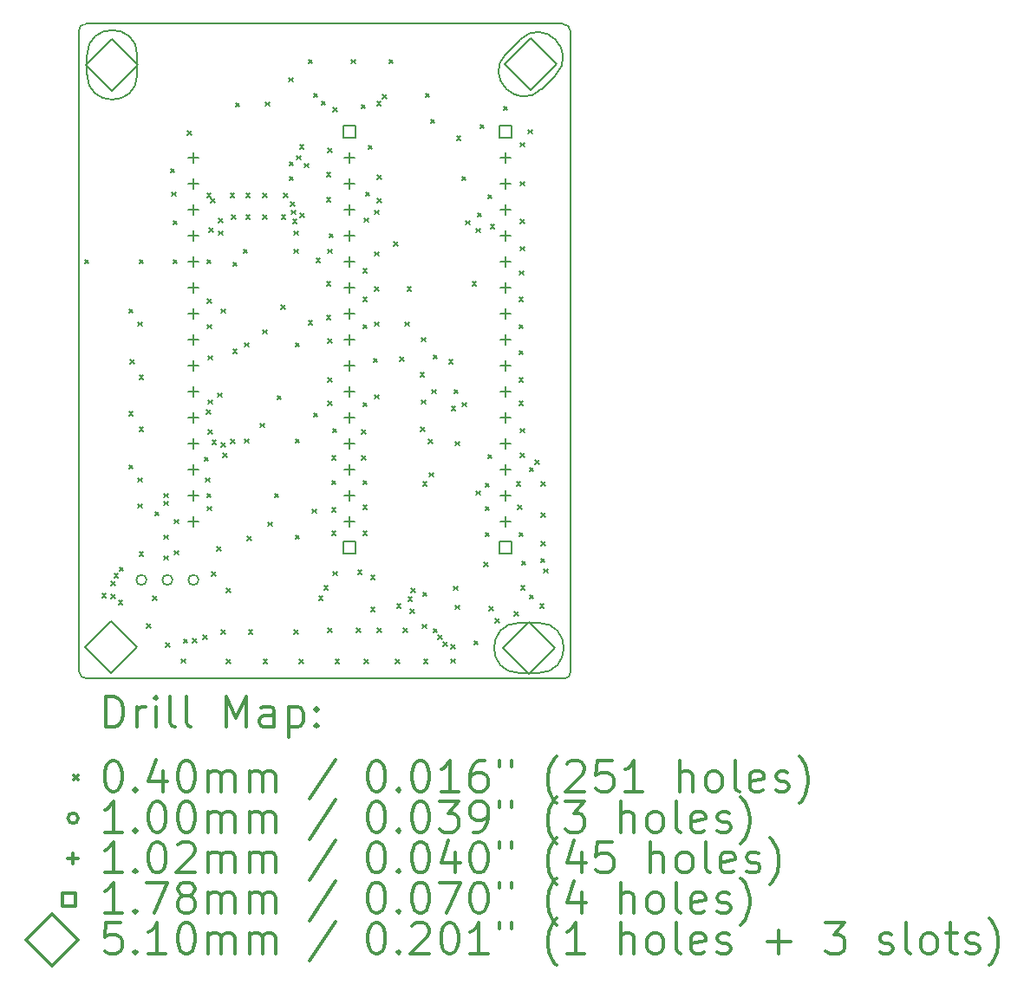
<source format=gbr>
%FSLAX45Y45*%
G04 Gerber Fmt 4.5, Leading zero omitted, Abs format (unit mm)*
G04 Created by KiCad (PCBNEW 4.0.0-rc2-stable) date 9/25/2016 9:49:12 PM*
%MOMM*%
G01*
G04 APERTURE LIST*
%ADD10C,0.127000*%
%ADD11C,0.150000*%
%ADD12C,0.200000*%
%ADD13C,0.300000*%
G04 APERTURE END LIST*
D10*
D11*
X11379200Y-12217400D02*
X16040100Y-12217400D01*
X11303000Y-5880100D02*
X11303000Y-12141200D01*
X16027400Y-5816600D02*
X11366500Y-5816600D01*
X16103600Y-12153900D02*
X16103600Y-5892800D01*
X16040100Y-12217400D02*
G75*
G03X16103600Y-12153900I0J63500D01*
G01*
X11303000Y-12141200D02*
G75*
G03X11379200Y-12217400I76200J0D01*
G01*
X11366500Y-5816600D02*
G75*
G03X11303000Y-5880100I0J-63500D01*
G01*
X16103600Y-5892800D02*
G75*
G03X16027400Y-5816600I-76200J0D01*
G01*
D12*
X11359200Y-8120700D02*
X11399200Y-8160700D01*
X11399200Y-8120700D02*
X11359200Y-8160700D01*
X11528610Y-11381996D02*
X11568610Y-11421996D01*
X11568610Y-11381996D02*
X11528610Y-11421996D01*
X11617772Y-11394252D02*
X11657772Y-11434252D01*
X11657772Y-11394252D02*
X11617772Y-11434252D01*
X11619296Y-11264204D02*
X11659296Y-11304204D01*
X11659296Y-11264204D02*
X11619296Y-11304204D01*
X11646544Y-11188987D02*
X11686544Y-11228987D01*
X11686544Y-11188987D02*
X11646544Y-11228987D01*
X11688892Y-11452164D02*
X11728892Y-11492164D01*
X11728892Y-11452164D02*
X11688892Y-11492164D01*
X11697762Y-11127530D02*
X11737762Y-11167530D01*
X11737762Y-11127530D02*
X11697762Y-11167530D01*
X11791000Y-9606600D02*
X11831000Y-9646600D01*
X11831000Y-9606600D02*
X11791000Y-9646600D01*
X11791000Y-8603300D02*
X11831000Y-8643300D01*
X11831000Y-8603300D02*
X11791000Y-8643300D01*
X11791000Y-10127300D02*
X11831000Y-10167300D01*
X11831000Y-10127300D02*
X11791000Y-10167300D01*
X11803700Y-9098600D02*
X11843700Y-9138600D01*
X11843700Y-9098600D02*
X11803700Y-9138600D01*
X11879900Y-8730300D02*
X11919900Y-8770300D01*
X11919900Y-8730300D02*
X11879900Y-8770300D01*
X11879900Y-10254300D02*
X11919900Y-10294300D01*
X11919900Y-10254300D02*
X11879900Y-10294300D01*
X11879900Y-10508300D02*
X11919900Y-10548300D01*
X11919900Y-10508300D02*
X11879900Y-10548300D01*
X11892600Y-8120700D02*
X11932600Y-8160700D01*
X11932600Y-8120700D02*
X11892600Y-8160700D01*
X11892600Y-9251000D02*
X11932600Y-9291000D01*
X11932600Y-9251000D02*
X11892600Y-9291000D01*
X11892600Y-9759000D02*
X11932600Y-9799000D01*
X11932600Y-9759000D02*
X11892600Y-9799000D01*
X11892600Y-10978200D02*
X11932600Y-11018200D01*
X11932600Y-10978200D02*
X11892600Y-11018200D01*
X11964228Y-11683304D02*
X12004228Y-11723304D01*
X12004228Y-11683304D02*
X11964228Y-11723304D01*
X12020616Y-11412540D02*
X12060616Y-11452540D01*
X12060616Y-11412540D02*
X12020616Y-11452540D01*
X12045000Y-10584500D02*
X12085000Y-10624500D01*
X12085000Y-10584500D02*
X12045000Y-10624500D01*
X12133900Y-10406700D02*
X12173900Y-10446700D01*
X12173900Y-10406700D02*
X12133900Y-10446700D01*
X12133900Y-10482900D02*
X12173900Y-10522900D01*
X12173900Y-10482900D02*
X12133900Y-10522900D01*
X12133900Y-10813100D02*
X12173900Y-10853100D01*
X12173900Y-10813100D02*
X12133900Y-10853100D01*
X12133900Y-11016300D02*
X12173900Y-11056300D01*
X12173900Y-11016300D02*
X12133900Y-11056300D01*
X12148632Y-11867708D02*
X12188632Y-11907708D01*
X12188632Y-11867708D02*
X12148632Y-11907708D01*
X12197400Y-7231700D02*
X12237400Y-7271700D01*
X12237400Y-7231700D02*
X12197400Y-7271700D01*
X12210100Y-7460300D02*
X12250100Y-7500300D01*
X12250100Y-7460300D02*
X12210100Y-7500300D01*
X12222800Y-7739700D02*
X12262800Y-7779700D01*
X12262800Y-7739700D02*
X12222800Y-7779700D01*
X12222800Y-8120700D02*
X12262800Y-8160700D01*
X12262800Y-8120700D02*
X12222800Y-8160700D01*
X12235500Y-10660700D02*
X12275500Y-10700700D01*
X12275500Y-10660700D02*
X12235500Y-10700700D01*
X12235500Y-10965500D02*
X12275500Y-11005500D01*
X12275500Y-10965500D02*
X12235500Y-11005500D01*
X12304627Y-12023703D02*
X12344627Y-12063703D01*
X12344627Y-12023703D02*
X12304627Y-12063703D01*
X12324400Y-11829100D02*
X12364400Y-11869100D01*
X12364400Y-11829100D02*
X12324400Y-11869100D01*
X12362500Y-6863400D02*
X12402500Y-6903400D01*
X12402500Y-6863400D02*
X12362500Y-6903400D01*
X12416124Y-11823279D02*
X12456124Y-11863279D01*
X12456124Y-11823279D02*
X12416124Y-11863279D01*
X12514900Y-11791000D02*
X12554900Y-11831000D01*
X12554900Y-11791000D02*
X12514900Y-11831000D01*
X12527600Y-10051100D02*
X12567600Y-10091100D01*
X12567600Y-10051100D02*
X12527600Y-10091100D01*
X12537831Y-10254300D02*
X12577831Y-10294300D01*
X12577831Y-10254300D02*
X12537831Y-10294300D01*
X12551348Y-9589391D02*
X12591348Y-9629391D01*
X12591348Y-9589391D02*
X12551348Y-9629391D01*
X12553000Y-7473000D02*
X12593000Y-7513000D01*
X12593000Y-7473000D02*
X12553000Y-7513000D01*
X12553000Y-8120700D02*
X12593000Y-8160700D01*
X12593000Y-8120700D02*
X12553000Y-8160700D01*
X12553000Y-10406700D02*
X12593000Y-10446700D01*
X12593000Y-10406700D02*
X12553000Y-10446700D01*
X12556699Y-10533700D02*
X12596699Y-10573700D01*
X12596699Y-10533700D02*
X12556699Y-10573700D01*
X12559158Y-8505647D02*
X12599158Y-8545647D01*
X12599158Y-8505647D02*
X12559158Y-8545647D01*
X12559158Y-8505647D02*
X12599158Y-8545647D01*
X12599158Y-8505647D02*
X12559158Y-8545647D01*
X12559158Y-8755700D02*
X12599158Y-8795700D01*
X12599158Y-8755700D02*
X12559158Y-8795700D01*
X12565700Y-9060500D02*
X12605700Y-9100500D01*
X12605700Y-9060500D02*
X12565700Y-9100500D01*
X12565700Y-9060500D02*
X12605700Y-9100500D01*
X12605700Y-9060500D02*
X12565700Y-9100500D01*
X12565700Y-9492300D02*
X12605700Y-9532300D01*
X12605700Y-9492300D02*
X12565700Y-9532300D01*
X12565700Y-9784400D02*
X12605700Y-9824400D01*
X12605700Y-9784400D02*
X12565700Y-9824400D01*
X12573786Y-7811286D02*
X12613786Y-7851286D01*
X12613786Y-7811286D02*
X12573786Y-7851286D01*
X12591815Y-7522153D02*
X12631815Y-7562153D01*
X12631815Y-7522153D02*
X12591815Y-7562153D01*
X12601331Y-11175673D02*
X12641331Y-11215673D01*
X12641331Y-11175673D02*
X12601331Y-11215673D01*
X12603800Y-9886000D02*
X12643800Y-9926000D01*
X12643800Y-9886000D02*
X12603800Y-9926000D01*
X12650702Y-10927400D02*
X12690702Y-10967400D01*
X12690702Y-10927400D02*
X12650702Y-10967400D01*
X12656126Y-9424985D02*
X12696126Y-9464985D01*
X12696126Y-9424985D02*
X12656126Y-9464985D01*
X12667236Y-7717836D02*
X12707236Y-7757836D01*
X12707236Y-7717836D02*
X12667236Y-7757836D01*
X12667300Y-7841300D02*
X12707300Y-7881300D01*
X12707300Y-7841300D02*
X12667300Y-7881300D01*
X12692700Y-8603300D02*
X12732700Y-8643300D01*
X12732700Y-8603300D02*
X12692700Y-8643300D01*
X12692700Y-9911400D02*
X12732700Y-9951400D01*
X12732700Y-9911400D02*
X12692700Y-9951400D01*
X12692700Y-11740200D02*
X12732700Y-11780200D01*
X12732700Y-11740200D02*
X12692700Y-11780200D01*
X12710702Y-10012957D02*
X12750702Y-10052957D01*
X12750702Y-10012957D02*
X12710702Y-10052957D01*
X12743500Y-11335448D02*
X12783500Y-11375448D01*
X12783500Y-11335448D02*
X12743500Y-11375448D01*
X12745024Y-12028703D02*
X12785024Y-12068703D01*
X12785024Y-12028703D02*
X12745024Y-12068703D01*
X12781600Y-7473814D02*
X12821600Y-7513814D01*
X12821600Y-7473814D02*
X12781600Y-7513814D01*
X12785728Y-9880137D02*
X12825728Y-9920137D01*
X12825728Y-9880137D02*
X12785728Y-9920137D01*
X12794300Y-7685201D02*
X12834300Y-7725201D01*
X12834300Y-7685201D02*
X12794300Y-7725201D01*
X12807000Y-8146100D02*
X12847000Y-8186100D01*
X12847000Y-8146100D02*
X12807000Y-8186100D01*
X12807000Y-8997000D02*
X12847000Y-9037000D01*
X12847000Y-8997000D02*
X12807000Y-9037000D01*
X12831126Y-6589055D02*
X12871126Y-6629055D01*
X12871126Y-6589055D02*
X12831126Y-6629055D01*
X12908600Y-8019100D02*
X12948600Y-8059100D01*
X12948600Y-8019100D02*
X12908600Y-8059100D01*
X12921300Y-8933500D02*
X12961300Y-8973500D01*
X12961300Y-8933500D02*
X12921300Y-8973500D01*
X12921300Y-9873300D02*
X12961300Y-9913300D01*
X12961300Y-9873300D02*
X12921300Y-9913300D01*
X12934000Y-7473814D02*
X12974000Y-7513814D01*
X12974000Y-7473814D02*
X12934000Y-7513814D01*
X12934000Y-7685201D02*
X12974000Y-7725201D01*
X12974000Y-7685201D02*
X12934000Y-7725201D01*
X12946700Y-10825800D02*
X12986700Y-10865800D01*
X12986700Y-10825800D02*
X12946700Y-10865800D01*
X12959400Y-11740200D02*
X12999400Y-11780200D01*
X12999400Y-11740200D02*
X12959400Y-11780200D01*
X13073700Y-9720900D02*
X13113700Y-9760900D01*
X13113700Y-9720900D02*
X13073700Y-9760900D01*
X13099100Y-7473814D02*
X13139100Y-7513814D01*
X13139100Y-7473814D02*
X13099100Y-7513814D01*
X13099100Y-7685201D02*
X13139100Y-7725201D01*
X13139100Y-7685201D02*
X13099100Y-7725201D01*
X13099100Y-8806500D02*
X13139100Y-8846500D01*
X13139100Y-8806500D02*
X13099100Y-8846500D01*
X13102656Y-12028703D02*
X13142656Y-12068703D01*
X13142656Y-12028703D02*
X13102656Y-12068703D01*
X13122123Y-6580467D02*
X13162123Y-6620467D01*
X13162123Y-6580467D02*
X13122123Y-6620467D01*
X13149900Y-10686100D02*
X13189900Y-10726100D01*
X13189900Y-10686100D02*
X13149900Y-10726100D01*
X13213400Y-10406700D02*
X13253400Y-10446700D01*
X13253400Y-10406700D02*
X13213400Y-10446700D01*
X13238800Y-9450501D02*
X13278800Y-9490501D01*
X13278800Y-9450501D02*
X13238800Y-9490501D01*
X13276900Y-8565200D02*
X13316900Y-8605200D01*
X13316900Y-8565200D02*
X13276900Y-8605200D01*
X13281678Y-7686236D02*
X13321678Y-7726236D01*
X13321678Y-7686236D02*
X13281678Y-7726236D01*
X13302300Y-7473814D02*
X13342300Y-7513814D01*
X13342300Y-7473814D02*
X13302300Y-7513814D01*
X13353100Y-6342700D02*
X13393100Y-6382700D01*
X13393100Y-6342700D02*
X13353100Y-6382700D01*
X13356799Y-7163528D02*
X13396799Y-7203528D01*
X13396799Y-7163528D02*
X13356799Y-7203528D01*
X13356799Y-7307900D02*
X13396799Y-7347900D01*
X13396799Y-7307900D02*
X13356799Y-7347900D01*
X13367827Y-7558814D02*
X13407827Y-7598814D01*
X13407827Y-7558814D02*
X13367827Y-7598814D01*
X13378499Y-7638100D02*
X13418499Y-7678100D01*
X13418499Y-7638100D02*
X13378499Y-7678100D01*
X13391799Y-7727112D02*
X13431799Y-7767112D01*
X13431799Y-7727112D02*
X13391799Y-7767112D01*
X13403900Y-7841300D02*
X13443900Y-7881300D01*
X13443900Y-7841300D02*
X13403900Y-7881300D01*
X13403900Y-8019100D02*
X13443900Y-8059100D01*
X13443900Y-8019100D02*
X13403900Y-8059100D01*
X13403900Y-11740200D02*
X13443900Y-11780200D01*
X13443900Y-11740200D02*
X13403900Y-11780200D01*
X13416600Y-8933500D02*
X13456600Y-8973500D01*
X13456600Y-8933500D02*
X13416600Y-8973500D01*
X13416600Y-9873300D02*
X13456600Y-9913300D01*
X13456600Y-9873300D02*
X13416600Y-9913300D01*
X13416600Y-10813100D02*
X13456600Y-10853100D01*
X13456600Y-10813100D02*
X13416600Y-10853100D01*
X13429300Y-7104700D02*
X13469300Y-7144700D01*
X13469300Y-7104700D02*
X13429300Y-7144700D01*
X13452668Y-12028703D02*
X13492668Y-12068703D01*
X13492668Y-12028703D02*
X13452668Y-12068703D01*
X13458399Y-6996077D02*
X13498399Y-7036077D01*
X13498399Y-6996077D02*
X13458399Y-7036077D01*
X13463881Y-7666560D02*
X13503881Y-7706560D01*
X13503881Y-7666560D02*
X13463881Y-7706560D01*
X13505500Y-7180900D02*
X13545500Y-7220900D01*
X13545500Y-7180900D02*
X13505500Y-7220900D01*
X13543600Y-6164900D02*
X13583600Y-6204900D01*
X13583600Y-6164900D02*
X13543600Y-6204900D01*
X13543600Y-8717600D02*
X13583600Y-8757600D01*
X13583600Y-8717600D02*
X13543600Y-8757600D01*
X13582698Y-10559100D02*
X13622698Y-10599100D01*
X13622698Y-10559100D02*
X13582698Y-10599100D01*
X13594400Y-6495100D02*
X13634400Y-6535100D01*
X13634400Y-6495100D02*
X13594400Y-6535100D01*
X13594400Y-9619300D02*
X13634400Y-9659300D01*
X13634400Y-9619300D02*
X13594400Y-9659300D01*
X13619800Y-8108000D02*
X13659800Y-8148000D01*
X13659800Y-8108000D02*
X13619800Y-8148000D01*
X13645200Y-11410000D02*
X13685200Y-11450000D01*
X13685200Y-11410000D02*
X13645200Y-11450000D01*
X13670600Y-6571300D02*
X13710600Y-6611300D01*
X13710600Y-6571300D02*
X13670600Y-6611300D01*
X13696000Y-11308400D02*
X13736000Y-11348400D01*
X13736000Y-11308400D02*
X13696000Y-11348400D01*
X13721502Y-7269800D02*
X13761502Y-7309800D01*
X13761502Y-7269800D02*
X13721502Y-7309800D01*
X13721502Y-7516876D02*
X13761502Y-7556876D01*
X13761502Y-7516876D02*
X13721502Y-7556876D01*
X13721502Y-8336600D02*
X13761502Y-8376600D01*
X13761502Y-8336600D02*
X13721502Y-8376600D01*
X13721502Y-8665498D02*
X13761502Y-8705498D01*
X13761502Y-8665498D02*
X13721502Y-8705498D01*
X13734100Y-7032199D02*
X13774100Y-7072199D01*
X13774100Y-7032199D02*
X13734100Y-7072199D01*
X13734100Y-8019100D02*
X13774100Y-8059100D01*
X13774100Y-8019100D02*
X13734100Y-8059100D01*
X13734100Y-8895400D02*
X13774100Y-8935400D01*
X13774100Y-8895400D02*
X13734100Y-8935400D01*
X13734100Y-9276400D02*
X13774100Y-9316400D01*
X13774100Y-9276400D02*
X13734100Y-9316400D01*
X13734100Y-9505000D02*
X13774100Y-9545000D01*
X13774100Y-9505000D02*
X13734100Y-9545000D01*
X13734100Y-11723297D02*
X13774100Y-11763297D01*
X13774100Y-11723297D02*
X13734100Y-11763297D01*
X13746800Y-7866700D02*
X13786800Y-7906700D01*
X13786800Y-7866700D02*
X13746800Y-7906700D01*
X13772200Y-10038400D02*
X13812200Y-10078400D01*
X13812200Y-10038400D02*
X13772200Y-10078400D01*
X13772200Y-10279700D02*
X13812200Y-10319700D01*
X13812200Y-10279700D02*
X13772200Y-10319700D01*
X13772200Y-10546400D02*
X13812200Y-10586400D01*
X13812200Y-10546400D02*
X13772200Y-10586400D01*
X13772200Y-10775000D02*
X13812200Y-10815000D01*
X13812200Y-10775000D02*
X13772200Y-10815000D01*
X13781201Y-9771700D02*
X13821201Y-9811700D01*
X13821201Y-9771700D02*
X13781201Y-9811700D01*
X13784900Y-6634800D02*
X13824900Y-6674800D01*
X13824900Y-6634800D02*
X13784900Y-6674800D01*
X13784900Y-11168700D02*
X13824900Y-11208700D01*
X13824900Y-11168700D02*
X13784900Y-11208700D01*
X13804712Y-12028703D02*
X13844712Y-12068703D01*
X13844712Y-12028703D02*
X13804712Y-12068703D01*
X13962700Y-6164900D02*
X14002700Y-6204900D01*
X14002700Y-6164900D02*
X13962700Y-6204900D01*
X14013500Y-11723297D02*
X14053500Y-11763297D01*
X14053500Y-11723297D02*
X14013500Y-11763297D01*
X14026200Y-11156000D02*
X14066200Y-11196000D01*
X14066200Y-11156000D02*
X14026200Y-11196000D01*
X14059700Y-6604800D02*
X14099700Y-6644800D01*
X14099700Y-6604800D02*
X14059700Y-6644800D01*
X14064300Y-9784400D02*
X14104300Y-9824400D01*
X14104300Y-9784400D02*
X14064300Y-9824400D01*
X14064300Y-10038400D02*
X14104300Y-10078400D01*
X14104300Y-10038400D02*
X14064300Y-10078400D01*
X14077000Y-8209600D02*
X14117000Y-8249600D01*
X14117000Y-8209600D02*
X14077000Y-8249600D01*
X14077000Y-8489000D02*
X14117000Y-8529000D01*
X14117000Y-8489000D02*
X14077000Y-8529000D01*
X14077000Y-8755700D02*
X14117000Y-8795700D01*
X14117000Y-8755700D02*
X14077000Y-8795700D01*
X14077000Y-9517700D02*
X14117000Y-9557700D01*
X14117000Y-9517700D02*
X14077000Y-9557700D01*
X14077000Y-10279700D02*
X14117000Y-10319700D01*
X14117000Y-10279700D02*
X14077000Y-10319700D01*
X14077000Y-10521000D02*
X14117000Y-10561000D01*
X14117000Y-10521000D02*
X14077000Y-10561000D01*
X14077000Y-10775000D02*
X14117000Y-10815000D01*
X14117000Y-10775000D02*
X14077000Y-10815000D01*
X14089700Y-7714300D02*
X14129700Y-7754300D01*
X14129700Y-7714300D02*
X14089700Y-7754300D01*
X14091224Y-12028703D02*
X14131224Y-12068703D01*
X14131224Y-12028703D02*
X14091224Y-12068703D01*
X14102400Y-7460300D02*
X14142400Y-7500300D01*
X14142400Y-7460300D02*
X14102400Y-7500300D01*
X14127800Y-7003100D02*
X14167800Y-7043100D01*
X14167800Y-7003100D02*
X14127800Y-7043100D01*
X14153200Y-11206800D02*
X14193200Y-11246800D01*
X14193200Y-11206800D02*
X14153200Y-11246800D01*
X14153200Y-11517296D02*
X14193200Y-11557296D01*
X14193200Y-11517296D02*
X14153200Y-11557296D01*
X14178600Y-9085900D02*
X14218600Y-9125900D01*
X14218600Y-9085900D02*
X14178600Y-9125900D01*
X14191300Y-7638100D02*
X14231300Y-7678100D01*
X14231300Y-7638100D02*
X14191300Y-7678100D01*
X14191300Y-8044500D02*
X14231300Y-8084500D01*
X14231300Y-8044500D02*
X14191300Y-8084500D01*
X14191300Y-8387400D02*
X14231300Y-8427400D01*
X14231300Y-8387400D02*
X14191300Y-8427400D01*
X14191300Y-8730300D02*
X14231300Y-8770300D01*
X14231300Y-8730300D02*
X14191300Y-8770300D01*
X14191300Y-9441500D02*
X14231300Y-9481500D01*
X14231300Y-9441500D02*
X14191300Y-9481500D01*
X14211277Y-6578079D02*
X14251277Y-6618079D01*
X14251277Y-6578079D02*
X14211277Y-6618079D01*
X14216700Y-7295200D02*
X14256700Y-7335200D01*
X14256700Y-7295200D02*
X14216700Y-7335200D01*
X14216700Y-7523800D02*
X14256700Y-7563800D01*
X14256700Y-7523800D02*
X14216700Y-7563800D01*
X14216700Y-11723297D02*
X14256700Y-11763297D01*
X14256700Y-11723297D02*
X14216700Y-11763297D01*
X14267500Y-6507800D02*
X14307500Y-6547800D01*
X14307500Y-6507800D02*
X14267500Y-6547800D01*
X14331000Y-6164900D02*
X14371000Y-6204900D01*
X14371000Y-6164900D02*
X14331000Y-6204900D01*
X14380022Y-7944678D02*
X14420022Y-7984678D01*
X14420022Y-7944678D02*
X14380022Y-7984678D01*
X14393992Y-12028703D02*
X14433992Y-12068703D01*
X14433992Y-12028703D02*
X14393992Y-12068703D01*
X14407200Y-11486200D02*
X14447200Y-11526200D01*
X14447200Y-11486200D02*
X14407200Y-11526200D01*
X14439397Y-9073200D02*
X14479397Y-9113200D01*
X14479397Y-9073200D02*
X14439397Y-9113200D01*
X14470700Y-11723297D02*
X14510700Y-11763297D01*
X14510700Y-11723297D02*
X14470700Y-11763297D01*
X14484398Y-8730300D02*
X14524398Y-8770300D01*
X14524398Y-8730300D02*
X14484398Y-8770300D01*
X14508800Y-8387400D02*
X14548800Y-8427400D01*
X14548800Y-8387400D02*
X14508800Y-8427400D01*
X14516243Y-11420394D02*
X14556243Y-11460394D01*
X14556243Y-11420394D02*
X14516243Y-11460394D01*
X14538526Y-11537000D02*
X14578526Y-11577000D01*
X14578526Y-11537000D02*
X14538526Y-11577000D01*
X14546900Y-11333800D02*
X14586900Y-11373800D01*
X14586900Y-11333800D02*
X14546900Y-11373800D01*
X14635800Y-9225600D02*
X14675800Y-9265600D01*
X14675800Y-9225600D02*
X14635800Y-9265600D01*
X14640900Y-9759000D02*
X14680900Y-9799000D01*
X14680900Y-9759000D02*
X14640900Y-9799000D01*
X14648500Y-8882700D02*
X14688500Y-8922700D01*
X14688500Y-8882700D02*
X14648500Y-8922700D01*
X14648500Y-9492300D02*
X14688500Y-9532300D01*
X14688500Y-9492300D02*
X14648500Y-9532300D01*
X14657207Y-11685407D02*
X14697207Y-11725407D01*
X14697207Y-11685407D02*
X14657207Y-11725407D01*
X14661200Y-10292400D02*
X14701200Y-10332400D01*
X14701200Y-10292400D02*
X14661200Y-10332400D01*
X14661200Y-11371900D02*
X14701200Y-11411900D01*
X14701200Y-11371900D02*
X14661200Y-11411900D01*
X14669836Y-12028703D02*
X14709836Y-12068703D01*
X14709836Y-12028703D02*
X14669836Y-12068703D01*
X14686600Y-6495100D02*
X14726600Y-6535100D01*
X14726600Y-6495100D02*
X14686600Y-6535100D01*
X14717498Y-9880599D02*
X14757498Y-9920599D01*
X14757498Y-9880599D02*
X14717498Y-9920599D01*
X14724700Y-10203500D02*
X14764700Y-10243500D01*
X14764700Y-10203500D02*
X14724700Y-10243500D01*
X14737400Y-6749100D02*
X14777400Y-6789100D01*
X14777400Y-6749100D02*
X14737400Y-6789100D01*
X14750100Y-9390700D02*
X14790100Y-9430700D01*
X14790100Y-9390700D02*
X14750100Y-9430700D01*
X14762800Y-9051699D02*
X14802800Y-9091699D01*
X14802800Y-9051699D02*
X14762800Y-9091699D01*
X14762800Y-11727500D02*
X14802800Y-11767500D01*
X14802800Y-11727500D02*
X14762800Y-11767500D01*
X14808196Y-11793374D02*
X14848196Y-11833374D01*
X14848196Y-11793374D02*
X14808196Y-11833374D01*
X14857792Y-11856147D02*
X14897792Y-11896147D01*
X14897792Y-11856147D02*
X14857792Y-11896147D01*
X14915200Y-9098600D02*
X14955200Y-9138600D01*
X14955200Y-9098600D02*
X14915200Y-9138600D01*
X14933478Y-11882066D02*
X14973478Y-11922066D01*
X14973478Y-11882066D02*
X14933478Y-11922066D01*
X14938060Y-12023703D02*
X14978060Y-12063703D01*
X14978060Y-12023703D02*
X14938060Y-12063703D01*
X14940600Y-9555800D02*
X14980600Y-9595800D01*
X14980600Y-9555800D02*
X14940600Y-9595800D01*
X14962301Y-11312299D02*
X15002301Y-11352299D01*
X15002301Y-11312299D02*
X14962301Y-11352299D01*
X14966901Y-9390700D02*
X15006901Y-9430700D01*
X15006901Y-9390700D02*
X14966901Y-9430700D01*
X14978700Y-9898700D02*
X15018700Y-9938700D01*
X15018700Y-9898700D02*
X14978700Y-9938700D01*
X14978700Y-11498900D02*
X15018700Y-11538900D01*
X15018700Y-11498900D02*
X14978700Y-11538900D01*
X14991400Y-6914200D02*
X15031400Y-6954200D01*
X15031400Y-6914200D02*
X14991400Y-6954200D01*
X15042200Y-7307900D02*
X15082200Y-7347900D01*
X15082200Y-7307900D02*
X15042200Y-7347900D01*
X15043400Y-9517700D02*
X15083400Y-9557700D01*
X15083400Y-9517700D02*
X15043400Y-9557700D01*
X15080300Y-7739700D02*
X15120300Y-7779700D01*
X15120300Y-7739700D02*
X15080300Y-7779700D01*
X15143800Y-8336600D02*
X15183800Y-8376600D01*
X15183800Y-8336600D02*
X15143800Y-8376600D01*
X15160292Y-11845864D02*
X15200292Y-11885864D01*
X15200292Y-11845864D02*
X15160292Y-11885864D01*
X15181900Y-7815900D02*
X15221900Y-7855900D01*
X15221900Y-7815900D02*
X15181900Y-7855900D01*
X15181900Y-10381300D02*
X15221900Y-10421300D01*
X15221900Y-10381300D02*
X15181900Y-10421300D01*
X15194600Y-7663500D02*
X15234600Y-7703500D01*
X15234600Y-7663500D02*
X15194600Y-7703500D01*
X15220000Y-6799900D02*
X15260000Y-6839900D01*
X15260000Y-6799900D02*
X15220000Y-6839900D01*
X15258100Y-11079800D02*
X15298100Y-11119800D01*
X15298100Y-11079800D02*
X15258100Y-11119800D01*
X15270800Y-10305100D02*
X15310800Y-10345100D01*
X15310800Y-10305100D02*
X15270800Y-10345100D01*
X15270800Y-10533700D02*
X15310800Y-10573700D01*
X15310800Y-10533700D02*
X15270800Y-10573700D01*
X15270800Y-10787700D02*
X15310800Y-10827700D01*
X15310800Y-10787700D02*
X15270800Y-10827700D01*
X15296200Y-7485700D02*
X15336200Y-7525700D01*
X15336200Y-7485700D02*
X15296200Y-7525700D01*
X15296200Y-10025700D02*
X15336200Y-10065700D01*
X15336200Y-10025700D02*
X15296200Y-10065700D01*
X15308900Y-11511600D02*
X15348900Y-11551600D01*
X15348900Y-11511600D02*
X15308900Y-11551600D01*
X15321600Y-7777798D02*
X15361600Y-7817798D01*
X15361600Y-7777798D02*
X15321600Y-7817798D01*
X15369459Y-11632945D02*
X15409459Y-11672945D01*
X15409459Y-11632945D02*
X15369459Y-11672945D01*
X15448600Y-6622100D02*
X15488600Y-6662100D01*
X15488600Y-6622100D02*
X15448600Y-6662100D01*
X15555719Y-11561812D02*
X15595719Y-11601812D01*
X15595719Y-11561812D02*
X15555719Y-11601812D01*
X15575600Y-10292400D02*
X15615600Y-10332400D01*
X15615600Y-10292400D02*
X15575600Y-10332400D01*
X15588300Y-10521000D02*
X15628300Y-10561000D01*
X15628300Y-10521000D02*
X15588300Y-10561000D01*
X15601000Y-8489000D02*
X15641000Y-8529000D01*
X15641000Y-8489000D02*
X15601000Y-8529000D01*
X15601000Y-8755700D02*
X15641000Y-8795700D01*
X15641000Y-8755700D02*
X15601000Y-8795700D01*
X15601000Y-9009700D02*
X15641000Y-9049700D01*
X15641000Y-9009700D02*
X15601000Y-9049700D01*
X15601000Y-9276400D02*
X15641000Y-9316400D01*
X15641000Y-9276400D02*
X15601000Y-9316400D01*
X15601000Y-9505000D02*
X15641000Y-9545000D01*
X15641000Y-9505000D02*
X15601000Y-9545000D01*
X15601000Y-10787700D02*
X15641000Y-10827700D01*
X15641000Y-10787700D02*
X15601000Y-10827700D01*
X15605201Y-8230799D02*
X15645201Y-8270799D01*
X15645201Y-8230799D02*
X15605201Y-8270799D01*
X15613700Y-6977700D02*
X15653700Y-7017700D01*
X15653700Y-6977700D02*
X15613700Y-7017700D01*
X15613700Y-7358700D02*
X15653700Y-7398700D01*
X15653700Y-7358700D02*
X15613700Y-7398700D01*
X15613700Y-7727000D02*
X15653700Y-7767000D01*
X15653700Y-7727000D02*
X15613700Y-7767000D01*
X15613700Y-7727000D02*
X15653700Y-7767000D01*
X15653700Y-7727000D02*
X15613700Y-7767000D01*
X15613700Y-7993700D02*
X15653700Y-8033700D01*
X15653700Y-7993700D02*
X15613700Y-8033700D01*
X15613700Y-7993700D02*
X15653700Y-8033700D01*
X15653700Y-7993700D02*
X15613700Y-8033700D01*
X15613700Y-9771700D02*
X15653700Y-9811700D01*
X15653700Y-9771700D02*
X15613700Y-9811700D01*
X15613700Y-10013000D02*
X15653700Y-10053000D01*
X15653700Y-10013000D02*
X15613700Y-10053000D01*
X15617599Y-11308400D02*
X15657599Y-11348400D01*
X15657599Y-11308400D02*
X15617599Y-11348400D01*
X15626400Y-11067100D02*
X15666400Y-11107100D01*
X15666400Y-11067100D02*
X15626400Y-11107100D01*
X15689900Y-6850700D02*
X15729900Y-6890700D01*
X15729900Y-6850700D02*
X15689900Y-6890700D01*
X15702600Y-10152700D02*
X15742600Y-10192700D01*
X15742600Y-10152700D02*
X15702600Y-10192700D01*
X15702600Y-11397300D02*
X15742600Y-11437300D01*
X15742600Y-11397300D02*
X15702600Y-11437300D01*
X15758823Y-10082422D02*
X15798823Y-10122422D01*
X15798823Y-10082422D02*
X15758823Y-10122422D01*
X15804200Y-11486200D02*
X15844200Y-11526200D01*
X15844200Y-11486200D02*
X15804200Y-11526200D01*
X15813001Y-11041700D02*
X15853001Y-11081700D01*
X15853001Y-11041700D02*
X15813001Y-11081700D01*
X15816900Y-10292400D02*
X15856900Y-10332400D01*
X15856900Y-10292400D02*
X15816900Y-10332400D01*
X15816900Y-10597200D02*
X15856900Y-10637200D01*
X15856900Y-10597200D02*
X15816900Y-10637200D01*
X15816900Y-10876600D02*
X15856900Y-10916600D01*
X15856900Y-10876600D02*
X15816900Y-10916600D01*
X15842300Y-11143300D02*
X15882300Y-11183300D01*
X15882300Y-11143300D02*
X15842300Y-11183300D01*
X11962511Y-11252200D02*
G75*
G03X11962511Y-11252200I-49911J0D01*
G01*
X12216511Y-11252200D02*
G75*
G03X12216511Y-11252200I-49911J0D01*
G01*
X12470511Y-11252200D02*
G75*
G03X12470511Y-11252200I-49911J0D01*
G01*
X12420600Y-7073900D02*
X12420600Y-7175500D01*
X12369800Y-7124700D02*
X12471400Y-7124700D01*
X12420600Y-7327900D02*
X12420600Y-7429500D01*
X12369800Y-7378700D02*
X12471400Y-7378700D01*
X12420600Y-7581900D02*
X12420600Y-7683500D01*
X12369800Y-7632700D02*
X12471400Y-7632700D01*
X12420600Y-7835900D02*
X12420600Y-7937500D01*
X12369800Y-7886700D02*
X12471400Y-7886700D01*
X12420600Y-8089900D02*
X12420600Y-8191500D01*
X12369800Y-8140700D02*
X12471400Y-8140700D01*
X12420600Y-8343900D02*
X12420600Y-8445500D01*
X12369800Y-8394700D02*
X12471400Y-8394700D01*
X12420600Y-8597900D02*
X12420600Y-8699500D01*
X12369800Y-8648700D02*
X12471400Y-8648700D01*
X12420600Y-8851900D02*
X12420600Y-8953500D01*
X12369800Y-8902700D02*
X12471400Y-8902700D01*
X12420600Y-9105900D02*
X12420600Y-9207500D01*
X12369800Y-9156700D02*
X12471400Y-9156700D01*
X12420600Y-9359900D02*
X12420600Y-9461500D01*
X12369800Y-9410700D02*
X12471400Y-9410700D01*
X12420600Y-9613900D02*
X12420600Y-9715500D01*
X12369800Y-9664700D02*
X12471400Y-9664700D01*
X12420600Y-9867900D02*
X12420600Y-9969500D01*
X12369800Y-9918700D02*
X12471400Y-9918700D01*
X12420600Y-10121900D02*
X12420600Y-10223500D01*
X12369800Y-10172700D02*
X12471400Y-10172700D01*
X12420600Y-10375900D02*
X12420600Y-10477500D01*
X12369800Y-10426700D02*
X12471400Y-10426700D01*
X12420600Y-10629900D02*
X12420600Y-10731500D01*
X12369800Y-10680700D02*
X12471400Y-10680700D01*
X13944600Y-7073900D02*
X13944600Y-7175500D01*
X13893800Y-7124700D02*
X13995400Y-7124700D01*
X13944600Y-7327900D02*
X13944600Y-7429500D01*
X13893800Y-7378700D02*
X13995400Y-7378700D01*
X13944600Y-7581900D02*
X13944600Y-7683500D01*
X13893800Y-7632700D02*
X13995400Y-7632700D01*
X13944600Y-7835900D02*
X13944600Y-7937500D01*
X13893800Y-7886700D02*
X13995400Y-7886700D01*
X13944600Y-8089900D02*
X13944600Y-8191500D01*
X13893800Y-8140700D02*
X13995400Y-8140700D01*
X13944600Y-8343900D02*
X13944600Y-8445500D01*
X13893800Y-8394700D02*
X13995400Y-8394700D01*
X13944600Y-8597900D02*
X13944600Y-8699500D01*
X13893800Y-8648700D02*
X13995400Y-8648700D01*
X13944600Y-8851900D02*
X13944600Y-8953500D01*
X13893800Y-8902700D02*
X13995400Y-8902700D01*
X13944600Y-9105900D02*
X13944600Y-9207500D01*
X13893800Y-9156700D02*
X13995400Y-9156700D01*
X13944600Y-9359900D02*
X13944600Y-9461500D01*
X13893800Y-9410700D02*
X13995400Y-9410700D01*
X13944600Y-9613900D02*
X13944600Y-9715500D01*
X13893800Y-9664700D02*
X13995400Y-9664700D01*
X13944600Y-9867900D02*
X13944600Y-9969500D01*
X13893800Y-9918700D02*
X13995400Y-9918700D01*
X13944600Y-10121900D02*
X13944600Y-10223500D01*
X13893800Y-10172700D02*
X13995400Y-10172700D01*
X13944600Y-10375900D02*
X13944600Y-10477500D01*
X13893800Y-10426700D02*
X13995400Y-10426700D01*
X13944600Y-10629900D02*
X13944600Y-10731500D01*
X13893800Y-10680700D02*
X13995400Y-10680700D01*
X15468600Y-7073900D02*
X15468600Y-7175500D01*
X15417800Y-7124700D02*
X15519400Y-7124700D01*
X15468600Y-7327900D02*
X15468600Y-7429500D01*
X15417800Y-7378700D02*
X15519400Y-7378700D01*
X15468600Y-7581900D02*
X15468600Y-7683500D01*
X15417800Y-7632700D02*
X15519400Y-7632700D01*
X15468600Y-7835900D02*
X15468600Y-7937500D01*
X15417800Y-7886700D02*
X15519400Y-7886700D01*
X15468600Y-8089900D02*
X15468600Y-8191500D01*
X15417800Y-8140700D02*
X15519400Y-8140700D01*
X15468600Y-8343900D02*
X15468600Y-8445500D01*
X15417800Y-8394700D02*
X15519400Y-8394700D01*
X15468600Y-8597900D02*
X15468600Y-8699500D01*
X15417800Y-8648700D02*
X15519400Y-8648700D01*
X15468600Y-8851900D02*
X15468600Y-8953500D01*
X15417800Y-8902700D02*
X15519400Y-8902700D01*
X15468600Y-9105900D02*
X15468600Y-9207500D01*
X15417800Y-9156700D02*
X15519400Y-9156700D01*
X15468600Y-9359900D02*
X15468600Y-9461500D01*
X15417800Y-9410700D02*
X15519400Y-9410700D01*
X15468600Y-9613900D02*
X15468600Y-9715500D01*
X15417800Y-9664700D02*
X15519400Y-9664700D01*
X15468600Y-9867900D02*
X15468600Y-9969500D01*
X15417800Y-9918700D02*
X15519400Y-9918700D01*
X15468600Y-10121900D02*
X15468600Y-10223500D01*
X15417800Y-10172700D02*
X15519400Y-10172700D01*
X15468600Y-10375900D02*
X15468600Y-10477500D01*
X15417800Y-10426700D02*
X15519400Y-10426700D01*
X15468600Y-10629900D02*
X15468600Y-10731500D01*
X15417800Y-10680700D02*
X15519400Y-10680700D01*
X14007462Y-6933562D02*
X14007462Y-6807838D01*
X13881738Y-6807838D01*
X13881738Y-6933562D01*
X14007462Y-6933562D01*
X14007462Y-10997562D02*
X14007462Y-10871838D01*
X13881738Y-10871838D01*
X13881738Y-10997562D01*
X14007462Y-10997562D01*
X15531462Y-6933562D02*
X15531462Y-6807838D01*
X15405738Y-6807838D01*
X15405738Y-6933562D01*
X15531462Y-6933562D01*
X15531462Y-10997562D02*
X15531462Y-10871838D01*
X15405738Y-10871838D01*
X15405738Y-10997562D01*
X15531462Y-10997562D01*
X11614404Y-12165060D02*
X11869404Y-11910060D01*
X11614404Y-11655060D01*
X11359404Y-11910060D01*
X11614404Y-12165060D01*
X11627612Y-6472412D02*
X11882612Y-6217412D01*
X11627612Y-5962412D01*
X11372612Y-6217412D01*
X11627612Y-6472412D01*
X11382612Y-6122412D02*
X11382612Y-6312412D01*
X11872612Y-6122412D02*
X11872612Y-6312412D01*
X11382612Y-6312412D02*
G75*
G03X11872612Y-6312412I245000J0D01*
G01*
X11872612Y-6122412D02*
G75*
G03X11382612Y-6122412I-245000J0D01*
G01*
X15696692Y-12171156D02*
X15951692Y-11916156D01*
X15696692Y-11661156D01*
X15441692Y-11916156D01*
X15696692Y-12171156D01*
X15601692Y-12161156D02*
X15791692Y-12161156D01*
X15601692Y-11671156D02*
X15791692Y-11671156D01*
X15791692Y-12161156D02*
G75*
G03X15791692Y-11671156I0J245000D01*
G01*
X15601692Y-11671156D02*
G75*
G03X15601692Y-12161156I0J-245000D01*
G01*
X15715488Y-6466316D02*
X15970488Y-6211316D01*
X15715488Y-5956316D01*
X15460488Y-6211316D01*
X15715488Y-6466316D01*
X15609422Y-5970900D02*
X15475072Y-6105250D01*
X15955904Y-6317382D02*
X15821554Y-6451732D01*
X15475072Y-6105250D02*
G75*
G03X15821554Y-6451732I173241J-173241D01*
G01*
X15955904Y-6317382D02*
G75*
G03X15609422Y-5970900I-173241J173241D01*
G01*
D13*
X11566928Y-12690614D02*
X11566928Y-12390614D01*
X11638357Y-12390614D01*
X11681214Y-12404900D01*
X11709786Y-12433471D01*
X11724071Y-12462043D01*
X11738357Y-12519186D01*
X11738357Y-12562043D01*
X11724071Y-12619186D01*
X11709786Y-12647757D01*
X11681214Y-12676329D01*
X11638357Y-12690614D01*
X11566928Y-12690614D01*
X11866928Y-12690614D02*
X11866928Y-12490614D01*
X11866928Y-12547757D02*
X11881214Y-12519186D01*
X11895500Y-12504900D01*
X11924071Y-12490614D01*
X11952643Y-12490614D01*
X12052643Y-12690614D02*
X12052643Y-12490614D01*
X12052643Y-12390614D02*
X12038357Y-12404900D01*
X12052643Y-12419186D01*
X12066928Y-12404900D01*
X12052643Y-12390614D01*
X12052643Y-12419186D01*
X12238357Y-12690614D02*
X12209786Y-12676329D01*
X12195500Y-12647757D01*
X12195500Y-12390614D01*
X12395500Y-12690614D02*
X12366928Y-12676329D01*
X12352643Y-12647757D01*
X12352643Y-12390614D01*
X12738357Y-12690614D02*
X12738357Y-12390614D01*
X12838357Y-12604900D01*
X12938357Y-12390614D01*
X12938357Y-12690614D01*
X13209786Y-12690614D02*
X13209786Y-12533471D01*
X13195500Y-12504900D01*
X13166928Y-12490614D01*
X13109786Y-12490614D01*
X13081214Y-12504900D01*
X13209786Y-12676329D02*
X13181214Y-12690614D01*
X13109786Y-12690614D01*
X13081214Y-12676329D01*
X13066928Y-12647757D01*
X13066928Y-12619186D01*
X13081214Y-12590614D01*
X13109786Y-12576329D01*
X13181214Y-12576329D01*
X13209786Y-12562043D01*
X13352643Y-12490614D02*
X13352643Y-12790614D01*
X13352643Y-12504900D02*
X13381214Y-12490614D01*
X13438357Y-12490614D01*
X13466928Y-12504900D01*
X13481214Y-12519186D01*
X13495500Y-12547757D01*
X13495500Y-12633471D01*
X13481214Y-12662043D01*
X13466928Y-12676329D01*
X13438357Y-12690614D01*
X13381214Y-12690614D01*
X13352643Y-12676329D01*
X13624071Y-12662043D02*
X13638357Y-12676329D01*
X13624071Y-12690614D01*
X13609786Y-12676329D01*
X13624071Y-12662043D01*
X13624071Y-12690614D01*
X13624071Y-12504900D02*
X13638357Y-12519186D01*
X13624071Y-12533471D01*
X13609786Y-12519186D01*
X13624071Y-12504900D01*
X13624071Y-12533471D01*
X11255500Y-13164900D02*
X11295500Y-13204900D01*
X11295500Y-13164900D02*
X11255500Y-13204900D01*
X11624071Y-13020614D02*
X11652643Y-13020614D01*
X11681214Y-13034900D01*
X11695500Y-13049186D01*
X11709786Y-13077757D01*
X11724071Y-13134900D01*
X11724071Y-13206329D01*
X11709786Y-13263471D01*
X11695500Y-13292043D01*
X11681214Y-13306329D01*
X11652643Y-13320614D01*
X11624071Y-13320614D01*
X11595500Y-13306329D01*
X11581214Y-13292043D01*
X11566928Y-13263471D01*
X11552643Y-13206329D01*
X11552643Y-13134900D01*
X11566928Y-13077757D01*
X11581214Y-13049186D01*
X11595500Y-13034900D01*
X11624071Y-13020614D01*
X11852643Y-13292043D02*
X11866928Y-13306329D01*
X11852643Y-13320614D01*
X11838357Y-13306329D01*
X11852643Y-13292043D01*
X11852643Y-13320614D01*
X12124071Y-13120614D02*
X12124071Y-13320614D01*
X12052643Y-13006329D02*
X11981214Y-13220614D01*
X12166928Y-13220614D01*
X12338357Y-13020614D02*
X12366928Y-13020614D01*
X12395500Y-13034900D01*
X12409786Y-13049186D01*
X12424071Y-13077757D01*
X12438357Y-13134900D01*
X12438357Y-13206329D01*
X12424071Y-13263471D01*
X12409786Y-13292043D01*
X12395500Y-13306329D01*
X12366928Y-13320614D01*
X12338357Y-13320614D01*
X12309786Y-13306329D01*
X12295500Y-13292043D01*
X12281214Y-13263471D01*
X12266928Y-13206329D01*
X12266928Y-13134900D01*
X12281214Y-13077757D01*
X12295500Y-13049186D01*
X12309786Y-13034900D01*
X12338357Y-13020614D01*
X12566928Y-13320614D02*
X12566928Y-13120614D01*
X12566928Y-13149186D02*
X12581214Y-13134900D01*
X12609786Y-13120614D01*
X12652643Y-13120614D01*
X12681214Y-13134900D01*
X12695500Y-13163471D01*
X12695500Y-13320614D01*
X12695500Y-13163471D02*
X12709786Y-13134900D01*
X12738357Y-13120614D01*
X12781214Y-13120614D01*
X12809786Y-13134900D01*
X12824071Y-13163471D01*
X12824071Y-13320614D01*
X12966928Y-13320614D02*
X12966928Y-13120614D01*
X12966928Y-13149186D02*
X12981214Y-13134900D01*
X13009786Y-13120614D01*
X13052643Y-13120614D01*
X13081214Y-13134900D01*
X13095500Y-13163471D01*
X13095500Y-13320614D01*
X13095500Y-13163471D02*
X13109786Y-13134900D01*
X13138357Y-13120614D01*
X13181214Y-13120614D01*
X13209786Y-13134900D01*
X13224071Y-13163471D01*
X13224071Y-13320614D01*
X13809786Y-13006329D02*
X13552643Y-13392043D01*
X14195500Y-13020614D02*
X14224071Y-13020614D01*
X14252643Y-13034900D01*
X14266928Y-13049186D01*
X14281214Y-13077757D01*
X14295500Y-13134900D01*
X14295500Y-13206329D01*
X14281214Y-13263471D01*
X14266928Y-13292043D01*
X14252643Y-13306329D01*
X14224071Y-13320614D01*
X14195500Y-13320614D01*
X14166928Y-13306329D01*
X14152643Y-13292043D01*
X14138357Y-13263471D01*
X14124071Y-13206329D01*
X14124071Y-13134900D01*
X14138357Y-13077757D01*
X14152643Y-13049186D01*
X14166928Y-13034900D01*
X14195500Y-13020614D01*
X14424071Y-13292043D02*
X14438357Y-13306329D01*
X14424071Y-13320614D01*
X14409786Y-13306329D01*
X14424071Y-13292043D01*
X14424071Y-13320614D01*
X14624071Y-13020614D02*
X14652643Y-13020614D01*
X14681214Y-13034900D01*
X14695500Y-13049186D01*
X14709785Y-13077757D01*
X14724071Y-13134900D01*
X14724071Y-13206329D01*
X14709785Y-13263471D01*
X14695500Y-13292043D01*
X14681214Y-13306329D01*
X14652643Y-13320614D01*
X14624071Y-13320614D01*
X14595500Y-13306329D01*
X14581214Y-13292043D01*
X14566928Y-13263471D01*
X14552643Y-13206329D01*
X14552643Y-13134900D01*
X14566928Y-13077757D01*
X14581214Y-13049186D01*
X14595500Y-13034900D01*
X14624071Y-13020614D01*
X15009785Y-13320614D02*
X14838357Y-13320614D01*
X14924071Y-13320614D02*
X14924071Y-13020614D01*
X14895500Y-13063471D01*
X14866928Y-13092043D01*
X14838357Y-13106329D01*
X15266928Y-13020614D02*
X15209785Y-13020614D01*
X15181214Y-13034900D01*
X15166928Y-13049186D01*
X15138357Y-13092043D01*
X15124071Y-13149186D01*
X15124071Y-13263471D01*
X15138357Y-13292043D01*
X15152643Y-13306329D01*
X15181214Y-13320614D01*
X15238357Y-13320614D01*
X15266928Y-13306329D01*
X15281214Y-13292043D01*
X15295500Y-13263471D01*
X15295500Y-13192043D01*
X15281214Y-13163471D01*
X15266928Y-13149186D01*
X15238357Y-13134900D01*
X15181214Y-13134900D01*
X15152643Y-13149186D01*
X15138357Y-13163471D01*
X15124071Y-13192043D01*
X15409786Y-13020614D02*
X15409786Y-13077757D01*
X15524071Y-13020614D02*
X15524071Y-13077757D01*
X15966928Y-13434900D02*
X15952643Y-13420614D01*
X15924071Y-13377757D01*
X15909785Y-13349186D01*
X15895500Y-13306329D01*
X15881214Y-13234900D01*
X15881214Y-13177757D01*
X15895500Y-13106329D01*
X15909785Y-13063471D01*
X15924071Y-13034900D01*
X15952643Y-12992043D01*
X15966928Y-12977757D01*
X16066928Y-13049186D02*
X16081214Y-13034900D01*
X16109785Y-13020614D01*
X16181214Y-13020614D01*
X16209785Y-13034900D01*
X16224071Y-13049186D01*
X16238357Y-13077757D01*
X16238357Y-13106329D01*
X16224071Y-13149186D01*
X16052643Y-13320614D01*
X16238357Y-13320614D01*
X16509785Y-13020614D02*
X16366928Y-13020614D01*
X16352643Y-13163471D01*
X16366928Y-13149186D01*
X16395500Y-13134900D01*
X16466928Y-13134900D01*
X16495500Y-13149186D01*
X16509785Y-13163471D01*
X16524071Y-13192043D01*
X16524071Y-13263471D01*
X16509785Y-13292043D01*
X16495500Y-13306329D01*
X16466928Y-13320614D01*
X16395500Y-13320614D01*
X16366928Y-13306329D01*
X16352643Y-13292043D01*
X16809786Y-13320614D02*
X16638357Y-13320614D01*
X16724071Y-13320614D02*
X16724071Y-13020614D01*
X16695500Y-13063471D01*
X16666928Y-13092043D01*
X16638357Y-13106329D01*
X17166928Y-13320614D02*
X17166928Y-13020614D01*
X17295500Y-13320614D02*
X17295500Y-13163471D01*
X17281214Y-13134900D01*
X17252643Y-13120614D01*
X17209786Y-13120614D01*
X17181214Y-13134900D01*
X17166928Y-13149186D01*
X17481214Y-13320614D02*
X17452643Y-13306329D01*
X17438357Y-13292043D01*
X17424071Y-13263471D01*
X17424071Y-13177757D01*
X17438357Y-13149186D01*
X17452643Y-13134900D01*
X17481214Y-13120614D01*
X17524071Y-13120614D01*
X17552643Y-13134900D01*
X17566928Y-13149186D01*
X17581214Y-13177757D01*
X17581214Y-13263471D01*
X17566928Y-13292043D01*
X17552643Y-13306329D01*
X17524071Y-13320614D01*
X17481214Y-13320614D01*
X17752643Y-13320614D02*
X17724071Y-13306329D01*
X17709786Y-13277757D01*
X17709786Y-13020614D01*
X17981214Y-13306329D02*
X17952643Y-13320614D01*
X17895500Y-13320614D01*
X17866929Y-13306329D01*
X17852643Y-13277757D01*
X17852643Y-13163471D01*
X17866929Y-13134900D01*
X17895500Y-13120614D01*
X17952643Y-13120614D01*
X17981214Y-13134900D01*
X17995500Y-13163471D01*
X17995500Y-13192043D01*
X17852643Y-13220614D01*
X18109786Y-13306329D02*
X18138357Y-13320614D01*
X18195500Y-13320614D01*
X18224071Y-13306329D01*
X18238357Y-13277757D01*
X18238357Y-13263471D01*
X18224071Y-13234900D01*
X18195500Y-13220614D01*
X18152643Y-13220614D01*
X18124071Y-13206329D01*
X18109786Y-13177757D01*
X18109786Y-13163471D01*
X18124071Y-13134900D01*
X18152643Y-13120614D01*
X18195500Y-13120614D01*
X18224071Y-13134900D01*
X18338357Y-13434900D02*
X18352643Y-13420614D01*
X18381214Y-13377757D01*
X18395500Y-13349186D01*
X18409786Y-13306329D01*
X18424071Y-13234900D01*
X18424071Y-13177757D01*
X18409786Y-13106329D01*
X18395500Y-13063471D01*
X18381214Y-13034900D01*
X18352643Y-12992043D01*
X18338357Y-12977757D01*
X11295500Y-13580900D02*
G75*
G03X11295500Y-13580900I-49911J0D01*
G01*
X11724071Y-13716614D02*
X11552643Y-13716614D01*
X11638357Y-13716614D02*
X11638357Y-13416614D01*
X11609786Y-13459471D01*
X11581214Y-13488043D01*
X11552643Y-13502329D01*
X11852643Y-13688043D02*
X11866928Y-13702329D01*
X11852643Y-13716614D01*
X11838357Y-13702329D01*
X11852643Y-13688043D01*
X11852643Y-13716614D01*
X12052643Y-13416614D02*
X12081214Y-13416614D01*
X12109786Y-13430900D01*
X12124071Y-13445186D01*
X12138357Y-13473757D01*
X12152643Y-13530900D01*
X12152643Y-13602329D01*
X12138357Y-13659471D01*
X12124071Y-13688043D01*
X12109786Y-13702329D01*
X12081214Y-13716614D01*
X12052643Y-13716614D01*
X12024071Y-13702329D01*
X12009786Y-13688043D01*
X11995500Y-13659471D01*
X11981214Y-13602329D01*
X11981214Y-13530900D01*
X11995500Y-13473757D01*
X12009786Y-13445186D01*
X12024071Y-13430900D01*
X12052643Y-13416614D01*
X12338357Y-13416614D02*
X12366928Y-13416614D01*
X12395500Y-13430900D01*
X12409786Y-13445186D01*
X12424071Y-13473757D01*
X12438357Y-13530900D01*
X12438357Y-13602329D01*
X12424071Y-13659471D01*
X12409786Y-13688043D01*
X12395500Y-13702329D01*
X12366928Y-13716614D01*
X12338357Y-13716614D01*
X12309786Y-13702329D01*
X12295500Y-13688043D01*
X12281214Y-13659471D01*
X12266928Y-13602329D01*
X12266928Y-13530900D01*
X12281214Y-13473757D01*
X12295500Y-13445186D01*
X12309786Y-13430900D01*
X12338357Y-13416614D01*
X12566928Y-13716614D02*
X12566928Y-13516614D01*
X12566928Y-13545186D02*
X12581214Y-13530900D01*
X12609786Y-13516614D01*
X12652643Y-13516614D01*
X12681214Y-13530900D01*
X12695500Y-13559471D01*
X12695500Y-13716614D01*
X12695500Y-13559471D02*
X12709786Y-13530900D01*
X12738357Y-13516614D01*
X12781214Y-13516614D01*
X12809786Y-13530900D01*
X12824071Y-13559471D01*
X12824071Y-13716614D01*
X12966928Y-13716614D02*
X12966928Y-13516614D01*
X12966928Y-13545186D02*
X12981214Y-13530900D01*
X13009786Y-13516614D01*
X13052643Y-13516614D01*
X13081214Y-13530900D01*
X13095500Y-13559471D01*
X13095500Y-13716614D01*
X13095500Y-13559471D02*
X13109786Y-13530900D01*
X13138357Y-13516614D01*
X13181214Y-13516614D01*
X13209786Y-13530900D01*
X13224071Y-13559471D01*
X13224071Y-13716614D01*
X13809786Y-13402329D02*
X13552643Y-13788043D01*
X14195500Y-13416614D02*
X14224071Y-13416614D01*
X14252643Y-13430900D01*
X14266928Y-13445186D01*
X14281214Y-13473757D01*
X14295500Y-13530900D01*
X14295500Y-13602329D01*
X14281214Y-13659471D01*
X14266928Y-13688043D01*
X14252643Y-13702329D01*
X14224071Y-13716614D01*
X14195500Y-13716614D01*
X14166928Y-13702329D01*
X14152643Y-13688043D01*
X14138357Y-13659471D01*
X14124071Y-13602329D01*
X14124071Y-13530900D01*
X14138357Y-13473757D01*
X14152643Y-13445186D01*
X14166928Y-13430900D01*
X14195500Y-13416614D01*
X14424071Y-13688043D02*
X14438357Y-13702329D01*
X14424071Y-13716614D01*
X14409786Y-13702329D01*
X14424071Y-13688043D01*
X14424071Y-13716614D01*
X14624071Y-13416614D02*
X14652643Y-13416614D01*
X14681214Y-13430900D01*
X14695500Y-13445186D01*
X14709785Y-13473757D01*
X14724071Y-13530900D01*
X14724071Y-13602329D01*
X14709785Y-13659471D01*
X14695500Y-13688043D01*
X14681214Y-13702329D01*
X14652643Y-13716614D01*
X14624071Y-13716614D01*
X14595500Y-13702329D01*
X14581214Y-13688043D01*
X14566928Y-13659471D01*
X14552643Y-13602329D01*
X14552643Y-13530900D01*
X14566928Y-13473757D01*
X14581214Y-13445186D01*
X14595500Y-13430900D01*
X14624071Y-13416614D01*
X14824071Y-13416614D02*
X15009785Y-13416614D01*
X14909785Y-13530900D01*
X14952643Y-13530900D01*
X14981214Y-13545186D01*
X14995500Y-13559471D01*
X15009785Y-13588043D01*
X15009785Y-13659471D01*
X14995500Y-13688043D01*
X14981214Y-13702329D01*
X14952643Y-13716614D01*
X14866928Y-13716614D01*
X14838357Y-13702329D01*
X14824071Y-13688043D01*
X15152643Y-13716614D02*
X15209785Y-13716614D01*
X15238357Y-13702329D01*
X15252643Y-13688043D01*
X15281214Y-13645186D01*
X15295500Y-13588043D01*
X15295500Y-13473757D01*
X15281214Y-13445186D01*
X15266928Y-13430900D01*
X15238357Y-13416614D01*
X15181214Y-13416614D01*
X15152643Y-13430900D01*
X15138357Y-13445186D01*
X15124071Y-13473757D01*
X15124071Y-13545186D01*
X15138357Y-13573757D01*
X15152643Y-13588043D01*
X15181214Y-13602329D01*
X15238357Y-13602329D01*
X15266928Y-13588043D01*
X15281214Y-13573757D01*
X15295500Y-13545186D01*
X15409786Y-13416614D02*
X15409786Y-13473757D01*
X15524071Y-13416614D02*
X15524071Y-13473757D01*
X15966928Y-13830900D02*
X15952643Y-13816614D01*
X15924071Y-13773757D01*
X15909785Y-13745186D01*
X15895500Y-13702329D01*
X15881214Y-13630900D01*
X15881214Y-13573757D01*
X15895500Y-13502329D01*
X15909785Y-13459471D01*
X15924071Y-13430900D01*
X15952643Y-13388043D01*
X15966928Y-13373757D01*
X16052643Y-13416614D02*
X16238357Y-13416614D01*
X16138357Y-13530900D01*
X16181214Y-13530900D01*
X16209785Y-13545186D01*
X16224071Y-13559471D01*
X16238357Y-13588043D01*
X16238357Y-13659471D01*
X16224071Y-13688043D01*
X16209785Y-13702329D01*
X16181214Y-13716614D01*
X16095500Y-13716614D01*
X16066928Y-13702329D01*
X16052643Y-13688043D01*
X16595500Y-13716614D02*
X16595500Y-13416614D01*
X16724071Y-13716614D02*
X16724071Y-13559471D01*
X16709785Y-13530900D01*
X16681214Y-13516614D01*
X16638357Y-13516614D01*
X16609785Y-13530900D01*
X16595500Y-13545186D01*
X16909786Y-13716614D02*
X16881214Y-13702329D01*
X16866928Y-13688043D01*
X16852643Y-13659471D01*
X16852643Y-13573757D01*
X16866928Y-13545186D01*
X16881214Y-13530900D01*
X16909786Y-13516614D01*
X16952643Y-13516614D01*
X16981214Y-13530900D01*
X16995500Y-13545186D01*
X17009786Y-13573757D01*
X17009786Y-13659471D01*
X16995500Y-13688043D01*
X16981214Y-13702329D01*
X16952643Y-13716614D01*
X16909786Y-13716614D01*
X17181214Y-13716614D02*
X17152643Y-13702329D01*
X17138357Y-13673757D01*
X17138357Y-13416614D01*
X17409786Y-13702329D02*
X17381214Y-13716614D01*
X17324071Y-13716614D01*
X17295500Y-13702329D01*
X17281214Y-13673757D01*
X17281214Y-13559471D01*
X17295500Y-13530900D01*
X17324071Y-13516614D01*
X17381214Y-13516614D01*
X17409786Y-13530900D01*
X17424071Y-13559471D01*
X17424071Y-13588043D01*
X17281214Y-13616614D01*
X17538357Y-13702329D02*
X17566929Y-13716614D01*
X17624071Y-13716614D01*
X17652643Y-13702329D01*
X17666929Y-13673757D01*
X17666929Y-13659471D01*
X17652643Y-13630900D01*
X17624071Y-13616614D01*
X17581214Y-13616614D01*
X17552643Y-13602329D01*
X17538357Y-13573757D01*
X17538357Y-13559471D01*
X17552643Y-13530900D01*
X17581214Y-13516614D01*
X17624071Y-13516614D01*
X17652643Y-13530900D01*
X17766928Y-13830900D02*
X17781214Y-13816614D01*
X17809786Y-13773757D01*
X17824071Y-13745186D01*
X17838357Y-13702329D01*
X17852643Y-13630900D01*
X17852643Y-13573757D01*
X17838357Y-13502329D01*
X17824071Y-13459471D01*
X17809786Y-13430900D01*
X17781214Y-13388043D01*
X17766928Y-13373757D01*
X11244700Y-13926100D02*
X11244700Y-14027700D01*
X11193900Y-13976900D02*
X11295500Y-13976900D01*
X11724071Y-14112614D02*
X11552643Y-14112614D01*
X11638357Y-14112614D02*
X11638357Y-13812614D01*
X11609786Y-13855471D01*
X11581214Y-13884043D01*
X11552643Y-13898329D01*
X11852643Y-14084043D02*
X11866928Y-14098329D01*
X11852643Y-14112614D01*
X11838357Y-14098329D01*
X11852643Y-14084043D01*
X11852643Y-14112614D01*
X12052643Y-13812614D02*
X12081214Y-13812614D01*
X12109786Y-13826900D01*
X12124071Y-13841186D01*
X12138357Y-13869757D01*
X12152643Y-13926900D01*
X12152643Y-13998329D01*
X12138357Y-14055471D01*
X12124071Y-14084043D01*
X12109786Y-14098329D01*
X12081214Y-14112614D01*
X12052643Y-14112614D01*
X12024071Y-14098329D01*
X12009786Y-14084043D01*
X11995500Y-14055471D01*
X11981214Y-13998329D01*
X11981214Y-13926900D01*
X11995500Y-13869757D01*
X12009786Y-13841186D01*
X12024071Y-13826900D01*
X12052643Y-13812614D01*
X12266928Y-13841186D02*
X12281214Y-13826900D01*
X12309786Y-13812614D01*
X12381214Y-13812614D01*
X12409786Y-13826900D01*
X12424071Y-13841186D01*
X12438357Y-13869757D01*
X12438357Y-13898329D01*
X12424071Y-13941186D01*
X12252643Y-14112614D01*
X12438357Y-14112614D01*
X12566928Y-14112614D02*
X12566928Y-13912614D01*
X12566928Y-13941186D02*
X12581214Y-13926900D01*
X12609786Y-13912614D01*
X12652643Y-13912614D01*
X12681214Y-13926900D01*
X12695500Y-13955471D01*
X12695500Y-14112614D01*
X12695500Y-13955471D02*
X12709786Y-13926900D01*
X12738357Y-13912614D01*
X12781214Y-13912614D01*
X12809786Y-13926900D01*
X12824071Y-13955471D01*
X12824071Y-14112614D01*
X12966928Y-14112614D02*
X12966928Y-13912614D01*
X12966928Y-13941186D02*
X12981214Y-13926900D01*
X13009786Y-13912614D01*
X13052643Y-13912614D01*
X13081214Y-13926900D01*
X13095500Y-13955471D01*
X13095500Y-14112614D01*
X13095500Y-13955471D02*
X13109786Y-13926900D01*
X13138357Y-13912614D01*
X13181214Y-13912614D01*
X13209786Y-13926900D01*
X13224071Y-13955471D01*
X13224071Y-14112614D01*
X13809786Y-13798329D02*
X13552643Y-14184043D01*
X14195500Y-13812614D02*
X14224071Y-13812614D01*
X14252643Y-13826900D01*
X14266928Y-13841186D01*
X14281214Y-13869757D01*
X14295500Y-13926900D01*
X14295500Y-13998329D01*
X14281214Y-14055471D01*
X14266928Y-14084043D01*
X14252643Y-14098329D01*
X14224071Y-14112614D01*
X14195500Y-14112614D01*
X14166928Y-14098329D01*
X14152643Y-14084043D01*
X14138357Y-14055471D01*
X14124071Y-13998329D01*
X14124071Y-13926900D01*
X14138357Y-13869757D01*
X14152643Y-13841186D01*
X14166928Y-13826900D01*
X14195500Y-13812614D01*
X14424071Y-14084043D02*
X14438357Y-14098329D01*
X14424071Y-14112614D01*
X14409786Y-14098329D01*
X14424071Y-14084043D01*
X14424071Y-14112614D01*
X14624071Y-13812614D02*
X14652643Y-13812614D01*
X14681214Y-13826900D01*
X14695500Y-13841186D01*
X14709785Y-13869757D01*
X14724071Y-13926900D01*
X14724071Y-13998329D01*
X14709785Y-14055471D01*
X14695500Y-14084043D01*
X14681214Y-14098329D01*
X14652643Y-14112614D01*
X14624071Y-14112614D01*
X14595500Y-14098329D01*
X14581214Y-14084043D01*
X14566928Y-14055471D01*
X14552643Y-13998329D01*
X14552643Y-13926900D01*
X14566928Y-13869757D01*
X14581214Y-13841186D01*
X14595500Y-13826900D01*
X14624071Y-13812614D01*
X14981214Y-13912614D02*
X14981214Y-14112614D01*
X14909785Y-13798329D02*
X14838357Y-14012614D01*
X15024071Y-14012614D01*
X15195500Y-13812614D02*
X15224071Y-13812614D01*
X15252643Y-13826900D01*
X15266928Y-13841186D01*
X15281214Y-13869757D01*
X15295500Y-13926900D01*
X15295500Y-13998329D01*
X15281214Y-14055471D01*
X15266928Y-14084043D01*
X15252643Y-14098329D01*
X15224071Y-14112614D01*
X15195500Y-14112614D01*
X15166928Y-14098329D01*
X15152643Y-14084043D01*
X15138357Y-14055471D01*
X15124071Y-13998329D01*
X15124071Y-13926900D01*
X15138357Y-13869757D01*
X15152643Y-13841186D01*
X15166928Y-13826900D01*
X15195500Y-13812614D01*
X15409786Y-13812614D02*
X15409786Y-13869757D01*
X15524071Y-13812614D02*
X15524071Y-13869757D01*
X15966928Y-14226900D02*
X15952643Y-14212614D01*
X15924071Y-14169757D01*
X15909785Y-14141186D01*
X15895500Y-14098329D01*
X15881214Y-14026900D01*
X15881214Y-13969757D01*
X15895500Y-13898329D01*
X15909785Y-13855471D01*
X15924071Y-13826900D01*
X15952643Y-13784043D01*
X15966928Y-13769757D01*
X16209785Y-13912614D02*
X16209785Y-14112614D01*
X16138357Y-13798329D02*
X16066928Y-14012614D01*
X16252643Y-14012614D01*
X16509785Y-13812614D02*
X16366928Y-13812614D01*
X16352643Y-13955471D01*
X16366928Y-13941186D01*
X16395500Y-13926900D01*
X16466928Y-13926900D01*
X16495500Y-13941186D01*
X16509785Y-13955471D01*
X16524071Y-13984043D01*
X16524071Y-14055471D01*
X16509785Y-14084043D01*
X16495500Y-14098329D01*
X16466928Y-14112614D01*
X16395500Y-14112614D01*
X16366928Y-14098329D01*
X16352643Y-14084043D01*
X16881214Y-14112614D02*
X16881214Y-13812614D01*
X17009786Y-14112614D02*
X17009786Y-13955471D01*
X16995500Y-13926900D01*
X16966928Y-13912614D01*
X16924071Y-13912614D01*
X16895500Y-13926900D01*
X16881214Y-13941186D01*
X17195500Y-14112614D02*
X17166928Y-14098329D01*
X17152643Y-14084043D01*
X17138357Y-14055471D01*
X17138357Y-13969757D01*
X17152643Y-13941186D01*
X17166928Y-13926900D01*
X17195500Y-13912614D01*
X17238357Y-13912614D01*
X17266928Y-13926900D01*
X17281214Y-13941186D01*
X17295500Y-13969757D01*
X17295500Y-14055471D01*
X17281214Y-14084043D01*
X17266928Y-14098329D01*
X17238357Y-14112614D01*
X17195500Y-14112614D01*
X17466928Y-14112614D02*
X17438357Y-14098329D01*
X17424071Y-14069757D01*
X17424071Y-13812614D01*
X17695500Y-14098329D02*
X17666929Y-14112614D01*
X17609786Y-14112614D01*
X17581214Y-14098329D01*
X17566929Y-14069757D01*
X17566929Y-13955471D01*
X17581214Y-13926900D01*
X17609786Y-13912614D01*
X17666929Y-13912614D01*
X17695500Y-13926900D01*
X17709786Y-13955471D01*
X17709786Y-13984043D01*
X17566929Y-14012614D01*
X17824071Y-14098329D02*
X17852643Y-14112614D01*
X17909786Y-14112614D01*
X17938357Y-14098329D01*
X17952643Y-14069757D01*
X17952643Y-14055471D01*
X17938357Y-14026900D01*
X17909786Y-14012614D01*
X17866929Y-14012614D01*
X17838357Y-13998329D01*
X17824071Y-13969757D01*
X17824071Y-13955471D01*
X17838357Y-13926900D01*
X17866929Y-13912614D01*
X17909786Y-13912614D01*
X17938357Y-13926900D01*
X18052643Y-14226900D02*
X18066929Y-14212614D01*
X18095500Y-14169757D01*
X18109786Y-14141186D01*
X18124071Y-14098329D01*
X18138357Y-14026900D01*
X18138357Y-13969757D01*
X18124071Y-13898329D01*
X18109786Y-13855471D01*
X18095500Y-13826900D01*
X18066929Y-13784043D01*
X18052643Y-13769757D01*
X11269462Y-14435762D02*
X11269462Y-14310038D01*
X11143738Y-14310038D01*
X11143738Y-14435762D01*
X11269462Y-14435762D01*
X11724071Y-14508614D02*
X11552643Y-14508614D01*
X11638357Y-14508614D02*
X11638357Y-14208614D01*
X11609786Y-14251471D01*
X11581214Y-14280043D01*
X11552643Y-14294329D01*
X11852643Y-14480043D02*
X11866928Y-14494329D01*
X11852643Y-14508614D01*
X11838357Y-14494329D01*
X11852643Y-14480043D01*
X11852643Y-14508614D01*
X11966928Y-14208614D02*
X12166928Y-14208614D01*
X12038357Y-14508614D01*
X12324071Y-14337186D02*
X12295500Y-14322900D01*
X12281214Y-14308614D01*
X12266928Y-14280043D01*
X12266928Y-14265757D01*
X12281214Y-14237186D01*
X12295500Y-14222900D01*
X12324071Y-14208614D01*
X12381214Y-14208614D01*
X12409786Y-14222900D01*
X12424071Y-14237186D01*
X12438357Y-14265757D01*
X12438357Y-14280043D01*
X12424071Y-14308614D01*
X12409786Y-14322900D01*
X12381214Y-14337186D01*
X12324071Y-14337186D01*
X12295500Y-14351471D01*
X12281214Y-14365757D01*
X12266928Y-14394329D01*
X12266928Y-14451471D01*
X12281214Y-14480043D01*
X12295500Y-14494329D01*
X12324071Y-14508614D01*
X12381214Y-14508614D01*
X12409786Y-14494329D01*
X12424071Y-14480043D01*
X12438357Y-14451471D01*
X12438357Y-14394329D01*
X12424071Y-14365757D01*
X12409786Y-14351471D01*
X12381214Y-14337186D01*
X12566928Y-14508614D02*
X12566928Y-14308614D01*
X12566928Y-14337186D02*
X12581214Y-14322900D01*
X12609786Y-14308614D01*
X12652643Y-14308614D01*
X12681214Y-14322900D01*
X12695500Y-14351471D01*
X12695500Y-14508614D01*
X12695500Y-14351471D02*
X12709786Y-14322900D01*
X12738357Y-14308614D01*
X12781214Y-14308614D01*
X12809786Y-14322900D01*
X12824071Y-14351471D01*
X12824071Y-14508614D01*
X12966928Y-14508614D02*
X12966928Y-14308614D01*
X12966928Y-14337186D02*
X12981214Y-14322900D01*
X13009786Y-14308614D01*
X13052643Y-14308614D01*
X13081214Y-14322900D01*
X13095500Y-14351471D01*
X13095500Y-14508614D01*
X13095500Y-14351471D02*
X13109786Y-14322900D01*
X13138357Y-14308614D01*
X13181214Y-14308614D01*
X13209786Y-14322900D01*
X13224071Y-14351471D01*
X13224071Y-14508614D01*
X13809786Y-14194329D02*
X13552643Y-14580043D01*
X14195500Y-14208614D02*
X14224071Y-14208614D01*
X14252643Y-14222900D01*
X14266928Y-14237186D01*
X14281214Y-14265757D01*
X14295500Y-14322900D01*
X14295500Y-14394329D01*
X14281214Y-14451471D01*
X14266928Y-14480043D01*
X14252643Y-14494329D01*
X14224071Y-14508614D01*
X14195500Y-14508614D01*
X14166928Y-14494329D01*
X14152643Y-14480043D01*
X14138357Y-14451471D01*
X14124071Y-14394329D01*
X14124071Y-14322900D01*
X14138357Y-14265757D01*
X14152643Y-14237186D01*
X14166928Y-14222900D01*
X14195500Y-14208614D01*
X14424071Y-14480043D02*
X14438357Y-14494329D01*
X14424071Y-14508614D01*
X14409786Y-14494329D01*
X14424071Y-14480043D01*
X14424071Y-14508614D01*
X14624071Y-14208614D02*
X14652643Y-14208614D01*
X14681214Y-14222900D01*
X14695500Y-14237186D01*
X14709785Y-14265757D01*
X14724071Y-14322900D01*
X14724071Y-14394329D01*
X14709785Y-14451471D01*
X14695500Y-14480043D01*
X14681214Y-14494329D01*
X14652643Y-14508614D01*
X14624071Y-14508614D01*
X14595500Y-14494329D01*
X14581214Y-14480043D01*
X14566928Y-14451471D01*
X14552643Y-14394329D01*
X14552643Y-14322900D01*
X14566928Y-14265757D01*
X14581214Y-14237186D01*
X14595500Y-14222900D01*
X14624071Y-14208614D01*
X14824071Y-14208614D02*
X15024071Y-14208614D01*
X14895500Y-14508614D01*
X15195500Y-14208614D02*
X15224071Y-14208614D01*
X15252643Y-14222900D01*
X15266928Y-14237186D01*
X15281214Y-14265757D01*
X15295500Y-14322900D01*
X15295500Y-14394329D01*
X15281214Y-14451471D01*
X15266928Y-14480043D01*
X15252643Y-14494329D01*
X15224071Y-14508614D01*
X15195500Y-14508614D01*
X15166928Y-14494329D01*
X15152643Y-14480043D01*
X15138357Y-14451471D01*
X15124071Y-14394329D01*
X15124071Y-14322900D01*
X15138357Y-14265757D01*
X15152643Y-14237186D01*
X15166928Y-14222900D01*
X15195500Y-14208614D01*
X15409786Y-14208614D02*
X15409786Y-14265757D01*
X15524071Y-14208614D02*
X15524071Y-14265757D01*
X15966928Y-14622900D02*
X15952643Y-14608614D01*
X15924071Y-14565757D01*
X15909785Y-14537186D01*
X15895500Y-14494329D01*
X15881214Y-14422900D01*
X15881214Y-14365757D01*
X15895500Y-14294329D01*
X15909785Y-14251471D01*
X15924071Y-14222900D01*
X15952643Y-14180043D01*
X15966928Y-14165757D01*
X16209785Y-14308614D02*
X16209785Y-14508614D01*
X16138357Y-14194329D02*
X16066928Y-14408614D01*
X16252643Y-14408614D01*
X16595500Y-14508614D02*
X16595500Y-14208614D01*
X16724071Y-14508614D02*
X16724071Y-14351471D01*
X16709785Y-14322900D01*
X16681214Y-14308614D01*
X16638357Y-14308614D01*
X16609785Y-14322900D01*
X16595500Y-14337186D01*
X16909786Y-14508614D02*
X16881214Y-14494329D01*
X16866928Y-14480043D01*
X16852643Y-14451471D01*
X16852643Y-14365757D01*
X16866928Y-14337186D01*
X16881214Y-14322900D01*
X16909786Y-14308614D01*
X16952643Y-14308614D01*
X16981214Y-14322900D01*
X16995500Y-14337186D01*
X17009786Y-14365757D01*
X17009786Y-14451471D01*
X16995500Y-14480043D01*
X16981214Y-14494329D01*
X16952643Y-14508614D01*
X16909786Y-14508614D01*
X17181214Y-14508614D02*
X17152643Y-14494329D01*
X17138357Y-14465757D01*
X17138357Y-14208614D01*
X17409786Y-14494329D02*
X17381214Y-14508614D01*
X17324071Y-14508614D01*
X17295500Y-14494329D01*
X17281214Y-14465757D01*
X17281214Y-14351471D01*
X17295500Y-14322900D01*
X17324071Y-14308614D01*
X17381214Y-14308614D01*
X17409786Y-14322900D01*
X17424071Y-14351471D01*
X17424071Y-14380043D01*
X17281214Y-14408614D01*
X17538357Y-14494329D02*
X17566929Y-14508614D01*
X17624071Y-14508614D01*
X17652643Y-14494329D01*
X17666929Y-14465757D01*
X17666929Y-14451471D01*
X17652643Y-14422900D01*
X17624071Y-14408614D01*
X17581214Y-14408614D01*
X17552643Y-14394329D01*
X17538357Y-14365757D01*
X17538357Y-14351471D01*
X17552643Y-14322900D01*
X17581214Y-14308614D01*
X17624071Y-14308614D01*
X17652643Y-14322900D01*
X17766928Y-14622900D02*
X17781214Y-14608614D01*
X17809786Y-14565757D01*
X17824071Y-14537186D01*
X17838357Y-14494329D01*
X17852643Y-14422900D01*
X17852643Y-14365757D01*
X17838357Y-14294329D01*
X17824071Y-14251471D01*
X17809786Y-14222900D01*
X17781214Y-14180043D01*
X17766928Y-14165757D01*
X11040500Y-15023900D02*
X11295500Y-14768900D01*
X11040500Y-14513900D01*
X10785500Y-14768900D01*
X11040500Y-15023900D01*
X11709786Y-14604614D02*
X11566928Y-14604614D01*
X11552643Y-14747471D01*
X11566928Y-14733186D01*
X11595500Y-14718900D01*
X11666928Y-14718900D01*
X11695500Y-14733186D01*
X11709786Y-14747471D01*
X11724071Y-14776043D01*
X11724071Y-14847471D01*
X11709786Y-14876043D01*
X11695500Y-14890329D01*
X11666928Y-14904614D01*
X11595500Y-14904614D01*
X11566928Y-14890329D01*
X11552643Y-14876043D01*
X11852643Y-14876043D02*
X11866928Y-14890329D01*
X11852643Y-14904614D01*
X11838357Y-14890329D01*
X11852643Y-14876043D01*
X11852643Y-14904614D01*
X12152643Y-14904614D02*
X11981214Y-14904614D01*
X12066928Y-14904614D02*
X12066928Y-14604614D01*
X12038357Y-14647471D01*
X12009786Y-14676043D01*
X11981214Y-14690329D01*
X12338357Y-14604614D02*
X12366928Y-14604614D01*
X12395500Y-14618900D01*
X12409786Y-14633186D01*
X12424071Y-14661757D01*
X12438357Y-14718900D01*
X12438357Y-14790329D01*
X12424071Y-14847471D01*
X12409786Y-14876043D01*
X12395500Y-14890329D01*
X12366928Y-14904614D01*
X12338357Y-14904614D01*
X12309786Y-14890329D01*
X12295500Y-14876043D01*
X12281214Y-14847471D01*
X12266928Y-14790329D01*
X12266928Y-14718900D01*
X12281214Y-14661757D01*
X12295500Y-14633186D01*
X12309786Y-14618900D01*
X12338357Y-14604614D01*
X12566928Y-14904614D02*
X12566928Y-14704614D01*
X12566928Y-14733186D02*
X12581214Y-14718900D01*
X12609786Y-14704614D01*
X12652643Y-14704614D01*
X12681214Y-14718900D01*
X12695500Y-14747471D01*
X12695500Y-14904614D01*
X12695500Y-14747471D02*
X12709786Y-14718900D01*
X12738357Y-14704614D01*
X12781214Y-14704614D01*
X12809786Y-14718900D01*
X12824071Y-14747471D01*
X12824071Y-14904614D01*
X12966928Y-14904614D02*
X12966928Y-14704614D01*
X12966928Y-14733186D02*
X12981214Y-14718900D01*
X13009786Y-14704614D01*
X13052643Y-14704614D01*
X13081214Y-14718900D01*
X13095500Y-14747471D01*
X13095500Y-14904614D01*
X13095500Y-14747471D02*
X13109786Y-14718900D01*
X13138357Y-14704614D01*
X13181214Y-14704614D01*
X13209786Y-14718900D01*
X13224071Y-14747471D01*
X13224071Y-14904614D01*
X13809786Y-14590329D02*
X13552643Y-14976043D01*
X14195500Y-14604614D02*
X14224071Y-14604614D01*
X14252643Y-14618900D01*
X14266928Y-14633186D01*
X14281214Y-14661757D01*
X14295500Y-14718900D01*
X14295500Y-14790329D01*
X14281214Y-14847471D01*
X14266928Y-14876043D01*
X14252643Y-14890329D01*
X14224071Y-14904614D01*
X14195500Y-14904614D01*
X14166928Y-14890329D01*
X14152643Y-14876043D01*
X14138357Y-14847471D01*
X14124071Y-14790329D01*
X14124071Y-14718900D01*
X14138357Y-14661757D01*
X14152643Y-14633186D01*
X14166928Y-14618900D01*
X14195500Y-14604614D01*
X14424071Y-14876043D02*
X14438357Y-14890329D01*
X14424071Y-14904614D01*
X14409786Y-14890329D01*
X14424071Y-14876043D01*
X14424071Y-14904614D01*
X14552643Y-14633186D02*
X14566928Y-14618900D01*
X14595500Y-14604614D01*
X14666928Y-14604614D01*
X14695500Y-14618900D01*
X14709785Y-14633186D01*
X14724071Y-14661757D01*
X14724071Y-14690329D01*
X14709785Y-14733186D01*
X14538357Y-14904614D01*
X14724071Y-14904614D01*
X14909785Y-14604614D02*
X14938357Y-14604614D01*
X14966928Y-14618900D01*
X14981214Y-14633186D01*
X14995500Y-14661757D01*
X15009785Y-14718900D01*
X15009785Y-14790329D01*
X14995500Y-14847471D01*
X14981214Y-14876043D01*
X14966928Y-14890329D01*
X14938357Y-14904614D01*
X14909785Y-14904614D01*
X14881214Y-14890329D01*
X14866928Y-14876043D01*
X14852643Y-14847471D01*
X14838357Y-14790329D01*
X14838357Y-14718900D01*
X14852643Y-14661757D01*
X14866928Y-14633186D01*
X14881214Y-14618900D01*
X14909785Y-14604614D01*
X15295500Y-14904614D02*
X15124071Y-14904614D01*
X15209785Y-14904614D02*
X15209785Y-14604614D01*
X15181214Y-14647471D01*
X15152643Y-14676043D01*
X15124071Y-14690329D01*
X15409786Y-14604614D02*
X15409786Y-14661757D01*
X15524071Y-14604614D02*
X15524071Y-14661757D01*
X15966928Y-15018900D02*
X15952643Y-15004614D01*
X15924071Y-14961757D01*
X15909785Y-14933186D01*
X15895500Y-14890329D01*
X15881214Y-14818900D01*
X15881214Y-14761757D01*
X15895500Y-14690329D01*
X15909785Y-14647471D01*
X15924071Y-14618900D01*
X15952643Y-14576043D01*
X15966928Y-14561757D01*
X16238357Y-14904614D02*
X16066928Y-14904614D01*
X16152643Y-14904614D02*
X16152643Y-14604614D01*
X16124071Y-14647471D01*
X16095500Y-14676043D01*
X16066928Y-14690329D01*
X16595500Y-14904614D02*
X16595500Y-14604614D01*
X16724071Y-14904614D02*
X16724071Y-14747471D01*
X16709785Y-14718900D01*
X16681214Y-14704614D01*
X16638357Y-14704614D01*
X16609785Y-14718900D01*
X16595500Y-14733186D01*
X16909786Y-14904614D02*
X16881214Y-14890329D01*
X16866928Y-14876043D01*
X16852643Y-14847471D01*
X16852643Y-14761757D01*
X16866928Y-14733186D01*
X16881214Y-14718900D01*
X16909786Y-14704614D01*
X16952643Y-14704614D01*
X16981214Y-14718900D01*
X16995500Y-14733186D01*
X17009786Y-14761757D01*
X17009786Y-14847471D01*
X16995500Y-14876043D01*
X16981214Y-14890329D01*
X16952643Y-14904614D01*
X16909786Y-14904614D01*
X17181214Y-14904614D02*
X17152643Y-14890329D01*
X17138357Y-14861757D01*
X17138357Y-14604614D01*
X17409786Y-14890329D02*
X17381214Y-14904614D01*
X17324071Y-14904614D01*
X17295500Y-14890329D01*
X17281214Y-14861757D01*
X17281214Y-14747471D01*
X17295500Y-14718900D01*
X17324071Y-14704614D01*
X17381214Y-14704614D01*
X17409786Y-14718900D01*
X17424071Y-14747471D01*
X17424071Y-14776043D01*
X17281214Y-14804614D01*
X17538357Y-14890329D02*
X17566929Y-14904614D01*
X17624071Y-14904614D01*
X17652643Y-14890329D01*
X17666929Y-14861757D01*
X17666929Y-14847471D01*
X17652643Y-14818900D01*
X17624071Y-14804614D01*
X17581214Y-14804614D01*
X17552643Y-14790329D01*
X17538357Y-14761757D01*
X17538357Y-14747471D01*
X17552643Y-14718900D01*
X17581214Y-14704614D01*
X17624071Y-14704614D01*
X17652643Y-14718900D01*
X18024071Y-14790329D02*
X18252643Y-14790329D01*
X18138357Y-14904614D02*
X18138357Y-14676043D01*
X18595500Y-14604614D02*
X18781214Y-14604614D01*
X18681214Y-14718900D01*
X18724071Y-14718900D01*
X18752643Y-14733186D01*
X18766928Y-14747471D01*
X18781214Y-14776043D01*
X18781214Y-14847471D01*
X18766928Y-14876043D01*
X18752643Y-14890329D01*
X18724071Y-14904614D01*
X18638357Y-14904614D01*
X18609786Y-14890329D01*
X18595500Y-14876043D01*
X19124071Y-14890329D02*
X19152643Y-14904614D01*
X19209786Y-14904614D01*
X19238357Y-14890329D01*
X19252643Y-14861757D01*
X19252643Y-14847471D01*
X19238357Y-14818900D01*
X19209786Y-14804614D01*
X19166928Y-14804614D01*
X19138357Y-14790329D01*
X19124071Y-14761757D01*
X19124071Y-14747471D01*
X19138357Y-14718900D01*
X19166928Y-14704614D01*
X19209786Y-14704614D01*
X19238357Y-14718900D01*
X19424071Y-14904614D02*
X19395500Y-14890329D01*
X19381214Y-14861757D01*
X19381214Y-14604614D01*
X19581214Y-14904614D02*
X19552643Y-14890329D01*
X19538357Y-14876043D01*
X19524071Y-14847471D01*
X19524071Y-14761757D01*
X19538357Y-14733186D01*
X19552643Y-14718900D01*
X19581214Y-14704614D01*
X19624071Y-14704614D01*
X19652643Y-14718900D01*
X19666928Y-14733186D01*
X19681214Y-14761757D01*
X19681214Y-14847471D01*
X19666928Y-14876043D01*
X19652643Y-14890329D01*
X19624071Y-14904614D01*
X19581214Y-14904614D01*
X19766928Y-14704614D02*
X19881214Y-14704614D01*
X19809786Y-14604614D02*
X19809786Y-14861757D01*
X19824071Y-14890329D01*
X19852643Y-14904614D01*
X19881214Y-14904614D01*
X19966929Y-14890329D02*
X19995500Y-14904614D01*
X20052643Y-14904614D01*
X20081214Y-14890329D01*
X20095500Y-14861757D01*
X20095500Y-14847471D01*
X20081214Y-14818900D01*
X20052643Y-14804614D01*
X20009786Y-14804614D01*
X19981214Y-14790329D01*
X19966929Y-14761757D01*
X19966929Y-14747471D01*
X19981214Y-14718900D01*
X20009786Y-14704614D01*
X20052643Y-14704614D01*
X20081214Y-14718900D01*
X20195500Y-15018900D02*
X20209786Y-15004614D01*
X20238357Y-14961757D01*
X20252643Y-14933186D01*
X20266928Y-14890329D01*
X20281214Y-14818900D01*
X20281214Y-14761757D01*
X20266928Y-14690329D01*
X20252643Y-14647471D01*
X20238357Y-14618900D01*
X20209786Y-14576043D01*
X20195500Y-14561757D01*
M02*

</source>
